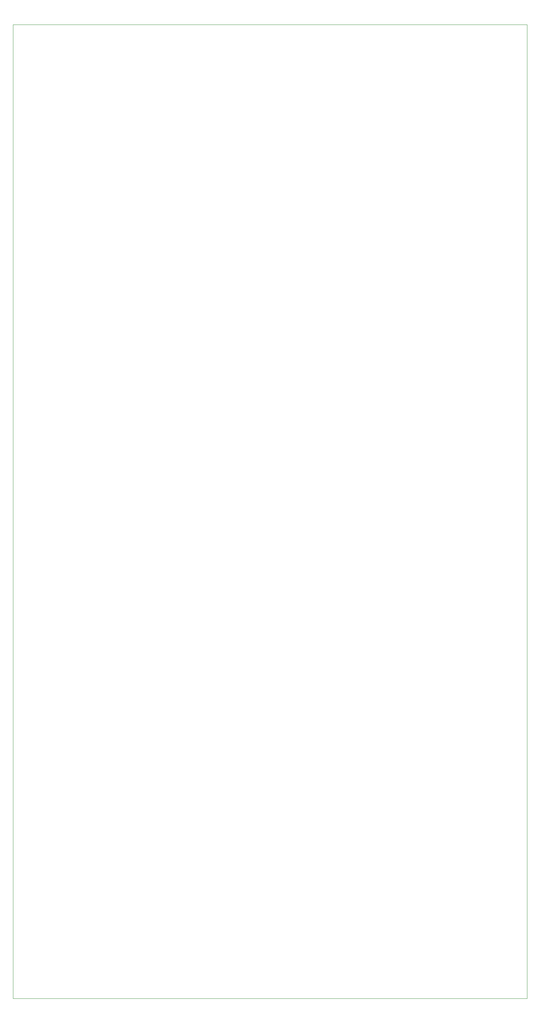
<source format=gm1>
G04 #@! TF.GenerationSoftware,KiCad,Pcbnew,5.1.5-52549c5~84~ubuntu18.04.1*
G04 #@! TF.CreationDate,2020-01-16T14:26:57+02:00*
G04 #@! TF.ProjectId,Hc595_Solenoid_Driver,48633539-355f-4536-9f6c-656e6f69645f,rev?*
G04 #@! TF.SameCoordinates,Original*
G04 #@! TF.FileFunction,Profile,NP*
%FSLAX46Y46*%
G04 Gerber Fmt 4.6, Leading zero omitted, Abs format (unit mm)*
G04 Created by KiCad (PCBNEW 5.1.5-52549c5~84~ubuntu18.04.1) date 2020-01-16 14:26:57*
%MOMM*%
%LPD*%
G04 APERTURE LIST*
%ADD10C,0.050000*%
G04 APERTURE END LIST*
D10*
X0Y-235000000D02*
X124000000Y-235000000D01*
X124000000Y-235000000D02*
X124000000Y0D01*
X0Y0D02*
X0Y-235000000D01*
X0Y0D02*
X124000000Y0D01*
M02*

</source>
